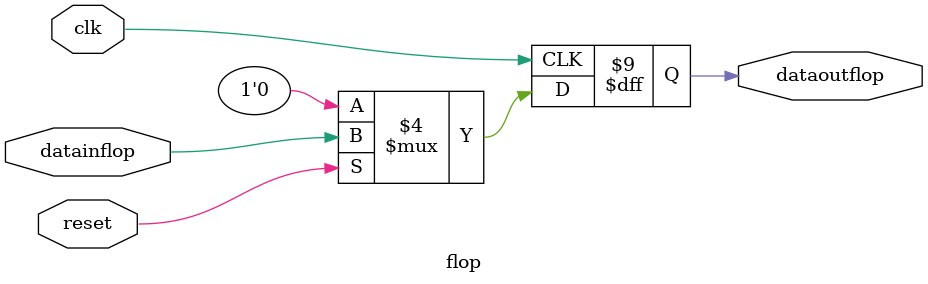
<source format=v>
module flop(
    input clk,
    input datainflop,
    input reset,
    output reg dataoutflop
);

reg [1:0] temp;
always @(posedge clk)begin
    if (reset==0) begin
    dataoutflop<=0;
    temp<=0;
    end else begin
    //temp[0]<=datainflop;
    //temp[1]<=temp[0];
    //temp[2]<=temp[1];
    //temp[3]<=temp[2];
    //temp[4]<=temp[3];
    //temp[5]<=temp[4];
    //dataoutflop<=temp[0];
	dataoutflop<=datainflop;
    end
end

endmodule

</source>
